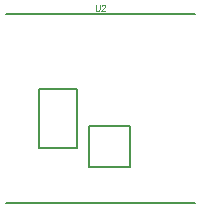
<source format=gbo>
G04 DipTrace Beta 2.3.5.2*
%INsubMicroLRS.GBO*%
%MOIN*%
%ADD13C,0.008*%
%ADD36C,0.0031*%
%FSLAX44Y44*%
G04*
G70*
G90*
G75*
G01*
%LNBotSilk*%
%LPD*%
X6487Y6274D2*
D13*
X188D1*
Y-26D2*
X6487D1*
X2550Y3774D2*
Y1805D1*
Y3774D2*
X1290D1*
Y1805D1*
X4321Y2533D2*
X2943D1*
Y1156D1*
X4321D1*
Y2533D1*
X2550Y1805D2*
X1290D1*
X3172Y6567D2*
D36*
Y6423D1*
X3182Y6394D1*
X3201Y6375D1*
X3230Y6366D1*
X3249D1*
X3278Y6375D1*
X3297Y6394D1*
X3306Y6423D1*
Y6567D1*
X3378Y6519D2*
Y6528D1*
X3387Y6547D1*
X3397Y6557D1*
X3416Y6566D1*
X3454D1*
X3473Y6557D1*
X3483Y6547D1*
X3493Y6528D1*
Y6509D1*
X3483Y6490D1*
X3464Y6461D1*
X3368Y6366D1*
X3502D1*
M02*

</source>
